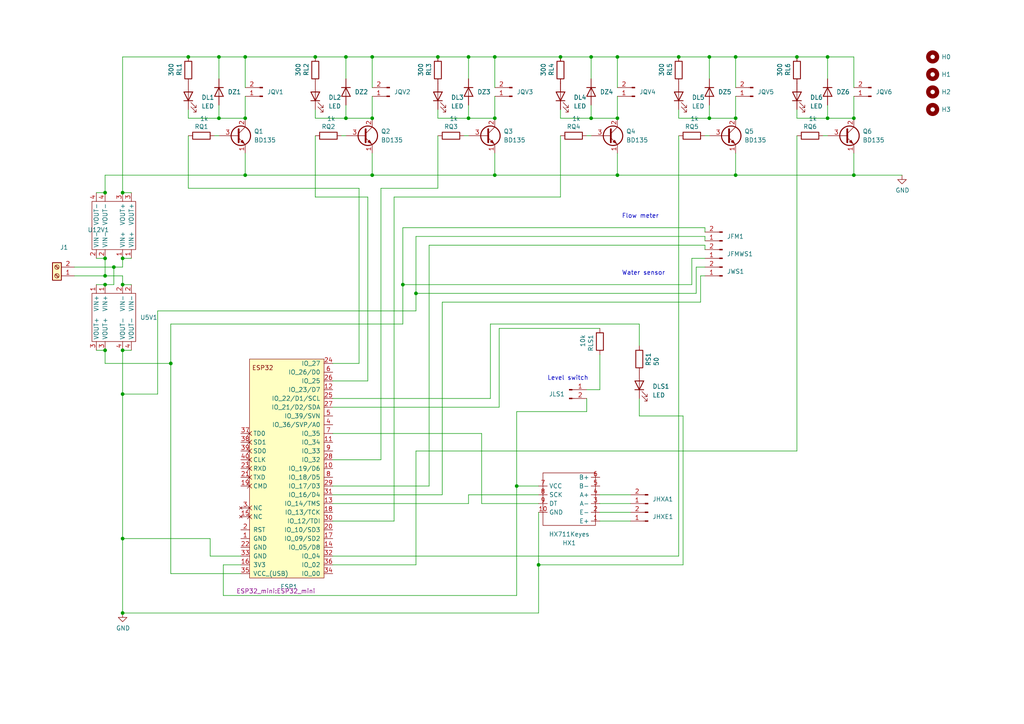
<source format=kicad_sch>
(kicad_sch (version 20211123) (generator eeschema)
  (paper "A4")
  (lib_symbols
    (symbol "Connector:Conn_01x02_Male" (pin_names (offset 1.016) hide)
      (property "Reference" "J" (at 0 2.54 0))
      (property "Value" "Conn_01x02_Male" (at 0 -5.08 0))
      (symbol "Conn_01x02_Male_1_1"
        (polyline (pts (xy 1.27 -2.54) (xy 0.8636 -2.54)) (stroke (width 0.1524)))
        (polyline (pts (xy 1.27 0) (xy 0.8636 0)) (stroke (width 0.1524)))
        (rectangle (start 0.8636 -2.413) (end 0 -2.667) (stroke (width 0.1524)) (fill (type outline)))
        (rectangle (start 0.8636 0.127) (end 0 -0.127) (stroke (width 0.1524)) (fill (type outline)))
        (pin passive line (at 5.08 0 180) (length 3.81) (name "Pin_1") (number "1"))
        (pin passive line (at 5.08 -2.54 180) (length 3.81) (name "Pin_2") (number "2"))
      )
    )
    (symbol "Connector:Screw_Terminal_01x02" (pin_names (offset 1.016) hide)
      (property "Reference" "J" (at 0 2.54 0))
      (property "Value" "Screw_Terminal_01x02" (at 0 -5.08 0))
      (symbol "Screw_Terminal_01x02_1_1"
        (rectangle (start -1.27 1.27) (end 1.27 -3.81) (stroke (width 0.254)) (fill (type background)))
        (circle (center 0 -2.54) (radius 0.635) (stroke (width 0.1524)))
        (polyline (pts (xy -0.5334 -2.2098) (xy 0.3302 -3.048)) (stroke (width 0.1524)))
        (polyline (pts (xy -0.5334 0.3302) (xy 0.3302 -0.508)) (stroke (width 0.1524)))
        (polyline (pts (xy -0.3556 -2.032) (xy 0.508 -2.8702)) (stroke (width 0.1524)))
        (polyline (pts (xy -0.3556 0.508) (xy 0.508 -0.3302)) (stroke (width 0.1524)))
        (circle (center 0 0) (radius 0.635) (stroke (width 0.1524)))
        (pin passive line (at -5.08 0 0) (length 3.81) (name "Pin_1") (number "1"))
        (pin passive line (at -5.08 -2.54 0) (length 3.81) (name "Pin_2") (number "2"))
      )
    )
    (symbol "Device:LED" (pin_numbers hide) (pin_names (offset 1.016) hide)
      (property "Reference" "D" (at 0 2.54 0))
      (property "Value" "LED" (at 0 -2.54 0))
      (symbol "LED_0_1"
        (polyline (pts (xy -1.27 -1.27) (xy -1.27 1.27)) (stroke (width 0.254)))
        (polyline (pts (xy -1.27 0) (xy 1.27 0)))
        (polyline (pts (xy 1.27 -1.27) (xy 1.27 1.27) (xy -1.27 0) (xy 1.27 -1.27)) (stroke (width 0.254)))
        (polyline (pts (xy -3.048 -0.762) (xy -4.572 -2.286) (xy -3.81 -2.286) (xy -4.572 -2.286) (xy -4.572 -1.524)))
        (polyline (pts (xy -1.778 -0.762) (xy -3.302 -2.286) (xy -2.54 -2.286) (xy -3.302 -2.286) (xy -3.302 -1.524)))
      )
      (symbol "LED_1_1"
        (pin passive line (at -3.81 0 0) (length 2.54) (name "K") (number "1"))
        (pin passive line (at 3.81 0 180) (length 2.54) (name "A") (number "2"))
      )
    )
    (symbol "Device:R" (pin_numbers hide) (pin_names (offset 0))
      (property "Reference" "R" (at 2.032 0 90))
      (property "Value" "R" (at 0 0 90))
      (symbol "R_0_1"
        (rectangle (start -1.016 -2.54) (end 1.016 2.54) (stroke (width 0.254)))
      )
      (symbol "R_1_1"
        (pin passive line (at 0 3.81 270) (length 1.27) (name "~") (number "1"))
        (pin passive line (at 0 -3.81 90) (length 1.27) (name "~") (number "2"))
      )
    )
    (symbol "Diode:1N914" (pin_numbers hide) (pin_names (offset 1.016) hide)
      (property "Reference" "D" (at 0 2.54 0))
      (property "Value" "1N914" (at 0 -2.54 0))
      (symbol "1N914_0_1"
        (polyline (pts (xy -1.27 1.27) (xy -1.27 -1.27)) (stroke (width 0.254)))
        (polyline (pts (xy 1.27 0) (xy -1.27 0)))
        (polyline (pts (xy 1.27 1.27) (xy 1.27 -1.27) (xy -1.27 0) (xy 1.27 1.27)) (stroke (width 0.254)))
      )
      (symbol "1N914_1_1"
        (pin passive line (at -3.81 0 0) (length 2.54) (name "K") (number "1"))
        (pin passive line (at 3.81 0 180) (length 2.54) (name "A") (number "2"))
      )
    )
    (symbol "ESP32_mini:mini_esp32" (pin_names (offset 1.016))
      (property "Reference" "U" (at -7.62 -50.8 0))
      (property "Value" "ESP32_mini_mini_esp32" (at 5.08 -59.69 0))
      (symbol "mini_esp32_0_0"
        (text "ESP32" (at 7.62 -62.23 0) (effects (font (size 1.27 1.27))))
        (pin power_in line (at 13.97 -12.7 180) (length 2.54) (name "GND") (number "1"))
        (pin input line (at 13.97 -15.24 180) (length 2.54) (name "RST") (number "2"))
        (pin no_connect non_logic (at 13.97 -21.59 180) (length 2.54) (name "NC") (number "3"))
        (pin bidirectional line (at -12.7 -45.72 0) (length 2.54) (name "IO_36/SVP/A0") (number "4"))
        (pin bidirectional line (at -12.7 -48.26 0) (length 2.54) (name "IO_39/SVN") (number "5"))
      )
      (symbol "mini_esp32_0_1"
        (rectangle (start -10.16 -1.27) (end 11.43 -64.77) (fill (type background)))
      )
      (symbol "mini_esp32_1_1"
        (pin bidirectional line (at -12.7 -33.02 0) (length 2.54) (name "IO_19/D6") (number "10"))
        (pin bidirectional line (at -12.7 -40.64 0) (length 2.54) (name "IO_34") (number "11"))
        (pin bidirectional line (at -12.7 -55.88 0) (length 2.54) (name "IO_23/D7") (number "12"))
        (pin bidirectional line (at -12.7 -22.86 0) (length 2.54) (name "IO_14/TMS") (number "13"))
        (pin bidirectional line (at -12.7 -10.16 0) (length 2.54) (name "IO_05/D8") (number "14"))
        (pin no_connect non_logic (at 13.97 -19.05 180) (length 2.54) (name "NC") (number "15"))
        (pin power_in line (at 13.97 -5.08 180) (length 2.54) (name "3V3") (number "16"))
        (pin bidirectional line (at -12.7 -12.7 0) (length 2.54) (name "IO_09/SD2") (number "17"))
        (pin bidirectional line (at -12.7 -20.32 0) (length 2.54) (name "IO_13/TCK") (number "18"))
        (pin passive non_logic (at 13.97 -27.94 180) (length 2.54) (name "CMD") (number "19"))
        (pin bidirectional line (at -12.7 -15.24 0) (length 2.54) (name "IO_10/SD3") (number "20"))
        (pin passive non_logic (at 13.97 -30.48 180) (length 2.54) (name "TXD") (number "21"))
        (pin power_in line (at 13.97 -10.16 180) (length 2.54) (name "GND") (number "22"))
        (pin passive non_logic (at 13.97 -33.02 180) (length 2.54) (name "RXD") (number "23"))
        (pin bidirectional line (at -12.7 -63.5 0) (length 2.54) (name "IO_27") (number "24"))
        (pin bidirectional line (at -12.7 -53.34 0) (length 2.54) (name "IO_22/D1/SCL") (number "25"))
        (pin bidirectional line (at -12.7 -58.42 0) (length 2.54) (name "IO_25") (number "26"))
        (pin bidirectional line (at -12.7 -50.8 0) (length 2.54) (name "IO_21/D2/SDA") (number "27"))
        (pin bidirectional line (at -12.7 -35.56 0) (length 2.54) (name "IO_32") (number "28"))
        (pin bidirectional line (at -12.7 -27.94 0) (length 2.54) (name "IO_17/D3") (number "29"))
        (pin bidirectional line (at -12.7 -17.78 0) (length 2.54) (name "IO_12/TDI") (number "30"))
        (pin bidirectional line (at -12.7 -25.4 0) (length 2.54) (name "IO_16/D4") (number "31"))
        (pin bidirectional line (at -12.7 -7.62 0) (length 2.54) (name "IO_04") (number "32"))
        (pin power_in line (at 13.97 -7.62 180) (length 2.54) (name "GND") (number "33"))
        (pin bidirectional line (at -12.7 -2.54 0) (length 2.54) (name "IO_00") (number "34"))
        (pin power_in line (at 13.97 -2.54 180) (length 2.54) (name "VCC_(USB)") (number "35"))
        (pin bidirectional line (at -12.7 -5.08 0) (length 2.54) (name "IO_02") (number "36"))
        (pin passive non_logic (at 13.97 -43.18 180) (length 2.54) (name "TD0") (number "37"))
        (pin passive non_logic (at 13.97 -40.64 180) (length 2.54) (name "SD1") (number "38"))
        (pin passive non_logic (at 13.97 -38.1 180) (length 2.54) (name "SD0") (number "39"))
        (pin passive non_logic (at 13.97 -35.56 180) (length 2.54) (name "CLK") (number "40"))
        (pin bidirectional line (at -12.7 -60.96 0) (length 2.54) (name "IO_26/D0") (number "6"))
        (pin bidirectional line (at -12.7 -43.18 0) (length 2.54) (name "IO_35") (number "7"))
        (pin bidirectional line (at -12.7 -30.48 0) (length 2.54) (name "IO_18/D5") (number "8"))
        (pin bidirectional line (at -12.7 -38.1 0) (length 2.54) (name "IO_33") (number "9"))
      )
    )
    (symbol "MPT1584EN_1"
      (property "Reference" "U12V1" (at -0.6351 7.62 90))
      (symbol "MPT1584EN_1_0_1"
        (rectangle (start -6.35 6.35) (end 7.62 -6.35))
      )
      (symbol "MPT1584EN_1_1_1"
        (pin input line (at -8.89 -5.08 0) (length 2.54) (name "VIN+") (number "1"))
        (pin input line (at -8.89 -2.54 0) (length 2.54) (name "VIN+") (number "1"))
        (pin input line (at -8.89 2.54 0) (length 2.54) (name "VIN-") (number "2"))
        (pin input line (at -8.89 5.08 0) (length 2.54) (name "VIN-") (number "2"))
        (pin output line (at 10.16 -5.08 180) (length 2.54) (name "VOUT+") (number "3"))
        (pin output line (at 10.16 -2.54 180) (length 2.54) (name "VOUT+") (number "3"))
        (pin output line (at 10.16 2.54 180) (length 2.54) (name "VOUT-") (number "4"))
        (pin output line (at 10.16 5.08 180) (length 2.54) (name "VOUT-") (number "4"))
      )
    )
    (symbol "Mechanical:MountingHole" (pin_names (offset 1.016))
      (property "Reference" "H" (at 0 5.08 0))
      (property "Value" "MountingHole" (at 0 3.175 0))
      (symbol "MountingHole_0_1"
        (circle (center 0 0) (radius 1.27) (stroke (width 1.27)))
      )
    )
    (symbol "Transistor_BJT:BD135" (pin_names (offset 0) hide)
      (property "Reference" "Q" (at 5.08 1.905 0))
      (property "Value" "BD135" (at 5.08 0 0))
      (symbol "BD135_0_1"
        (polyline (pts (xy 0 0) (xy 0.635 0)))
        (polyline (pts (xy 2.54 -2.54) (xy 0.635 -0.635)))
        (polyline (pts (xy 2.54 2.54) (xy 0.635 0.635)))
        (polyline (pts (xy 0.635 1.905) (xy 0.635 -1.905) (xy 0.635 -1.905)) (stroke (width 0.508)) (fill (type outline)))
        (polyline (pts (xy 1.2446 -1.778) (xy 1.7526 -1.27) (xy 2.286 -2.286) (xy 1.2446 -1.778) (xy 1.2446 -1.778)) (fill (type outline)))
        (circle (center 1.27 0) (radius 2.8194) (stroke (width 0.3048)))
      )
      (symbol "BD135_1_1"
        (pin passive line (at 2.54 -5.08 90) (length 2.54) (name "E") (number "1"))
        (pin passive line (at 2.54 5.08 270) (length 2.54) (name "C") (number "2"))
        (pin input line (at -5.08 0 0) (length 5.08) (name "B") (number "3"))
      )
    )
    (symbol "glab:HX711Keyes"
      (property "Reference" "HX" (at -11.43 8.89 0))
      (property "Value" "HX711Keyes" (at -1.27 8.89 0))
      (symbol "HX711Keyes_0_1"
        (rectangle (start -10.16 6.35) (end 5.08 -8.89))
      )
      (symbol "HX711Keyes_1_1"
        (pin input line (at -11.43 5.08 0) (length 2.54) (name "E+") (number "1"))
        (pin input line (at 6.35 2.54 180) (length 2.54) (name "GND") (number "10"))
        (pin input line (at -11.43 2.54 0) (length 2.54) (name "E-") (number "2"))
        (pin input line (at -11.43 0 0) (length 2.54) (name "A-") (number "3"))
        (pin input line (at -11.43 -2.54 0) (length 2.54) (name "A+") (number "4"))
        (pin input line (at -11.43 -5.08 0) (length 2.54) (name "B-") (number "5"))
        (pin input line (at -11.43 -7.62 0) (length 2.54) (name "B+") (number "6"))
        (pin input line (at 6.35 -5.08 180) (length 2.54) (name "VCC") (number "7"))
        (pin input line (at 6.35 -2.54 180) (length 2.54) (name "SCK") (number "8"))
        (pin input line (at 6.35 0 180) (length 2.54) (name "DT") (number "9"))
      )
    )
    (symbol "glab:MPT1584EN"
      (property "Reference" "U12V1" (at -0.6351 7.62 90))
      (symbol "MPT1584EN_0_1"
        (rectangle (start -6.35 6.35) (end 7.62 -6.35))
      )
      (symbol "MPT1584EN_1_1"
        (pin input line (at -8.89 -5.08 0) (length 2.54) (name "VIN+") (number "1"))
        (pin input line (at -8.89 -2.54 0) (length 2.54) (name "VIN+") (number "1"))
        (pin input line (at -8.89 2.54 0) (length 2.54) (name "VIN-") (number "2"))
        (pin input line (at -8.89 5.08 0) (length 2.54) (name "VIN-") (number "2"))
        (pin output line (at 10.16 -5.08 180) (length 2.54) (name "VOUT+") (number "3"))
        (pin output line (at 10.16 -2.54 180) (length 2.54) (name "VOUT+") (number "3"))
        (pin output line (at 10.16 2.54 180) (length 2.54) (name "VOUT-") (number "4"))
        (pin output line (at 10.16 5.08 180) (length 2.54) (name "VOUT-") (number "4"))
      )
    )
    (symbol "power:GND" (power) (pin_names (offset 0))
      (property "Value" "GND" (at 0 -3.81 0))
      (symbol "GND_0_1"
        (polyline (pts (xy 0 0) (xy 0 -1.27) (xy 1.27 -1.27) (xy 0 -2.54) (xy -1.27 -1.27) (xy 0 -1.27)))
      )
      (symbol "GND_1_1"
        (pin power_in line (at 0 0 270) (length 0) hide (name "GND") (number "1"))
      )
    )
  )
  (junction (at 171.45 34.29))
  (junction (at 171.45 16.51))
  (junction (at 179.07 50.8))
  (junction (at 35.56 177.8))
  (junction (at 116.84 82.55))
  (junction (at 213.36 16.51))
  (junction (at 35.56 101.6))
  (junction (at 179.07 34.29))
  (junction (at 91.44 16.51))
  (junction (at 205.74 34.29))
  (junction (at 71.12 34.29))
  (junction (at 143.51 34.29))
  (junction (at 162.56 16.51))
  (junction (at 100.33 16.51))
  (junction (at 35.56 156.21))
  (junction (at 71.12 50.8))
  (junction (at 213.36 34.29))
  (junction (at 35.56 82.55))
  (junction (at 30.48 101.6))
  (junction (at 120.65 85.09))
  (junction (at 240.03 16.51))
  (junction (at 247.65 34.29))
  (junction (at 35.56 55.88))
  (junction (at 135.89 16.51))
  (junction (at 35.56 74.93))
  (junction (at 30.48 55.88))
  (junction (at 240.03 34.29))
  (junction (at 63.5 34.29))
  (junction (at 107.95 34.29))
  (junction (at 143.51 16.51))
  (junction (at 231.14 16.51))
  (junction (at 149.86 140.97))
  (junction (at 107.95 50.8))
  (junction (at 247.65 50.8))
  (junction (at 179.07 16.51))
  (junction (at 49.53 105.41))
  (junction (at 127 16.51))
  (junction (at 71.12 16.51))
  (junction (at 54.61 16.51))
  (junction (at 156.21 163.83))
  (junction (at 100.33 34.29))
  (junction (at 30.48 82.55))
  (junction (at 35.56 114.3))
  (junction (at 205.74 16.51))
  (junction (at 30.48 80.01))
  (junction (at 33.02 77.47))
  (junction (at 30.48 74.93))
  (junction (at 213.36 50.8))
  (junction (at 63.5 16.51))
  (junction (at 196.85 16.51))
  (junction (at 107.95 16.51))
  (junction (at 143.51 50.8))
  (junction (at 135.89 34.29))
  (wire (pts (xy 238.76 39.37) (xy 240.03 39.37)))
  (wire (pts (xy 35.56 55.88) (xy 35.56 16.51)))
  (wire (pts (xy 240.03 30.48) (xy 240.03 34.29)))
  (wire (pts (xy 162.56 16.51) (xy 171.45 16.51)))
  (wire (pts (xy 107.95 44.45) (xy 107.95 50.8)))
  (wire (pts (xy 201.93 85.09) (xy 201.93 77.47)))
  (wire (pts (xy 205.74 16.51) (xy 213.36 16.51)))
  (wire (pts (xy 200.66 74.93) (xy 204.47 74.93)))
  (wire (pts (xy 231.14 130.81) (xy 231.14 39.37)))
  (wire (pts (xy 49.53 93.98) (xy 116.84 93.98)))
  (wire (pts (xy 170.18 39.37) (xy 171.45 39.37)))
  (wire (pts (xy 35.56 82.55) (xy 38.1 82.55)))
  (wire (pts (xy 139.7 125.73) (xy 96.52 125.73)))
  (wire (pts (xy 144.78 95.25) (xy 173.99 95.25)))
  (wire (pts (xy 173.99 143.51) (xy 182.88 143.51)))
  (wire (pts (xy 196.85 39.37) (xy 196.85 161.29)))
  (wire (pts (xy 71.12 44.45) (xy 71.12 50.8)))
  (wire (pts (xy 173.99 151.13) (xy 182.88 151.13)))
  (wire (pts (xy 54.61 31.75) (xy 54.61 34.29)))
  (wire (pts (xy 120.65 85.09) (xy 201.93 85.09)))
  (wire (pts (xy 96.52 143.51) (xy 128.27 143.51)))
  (wire (pts (xy 21.59 77.47) (xy 33.02 77.47)))
  (wire (pts (xy 63.5 16.51) (xy 63.5 22.86)))
  (wire (pts (xy 35.56 177.8) (xy 156.21 177.8)))
  (wire (pts (xy 142.24 93.98) (xy 185.42 93.98)))
  (wire (pts (xy 240.03 16.51) (xy 240.03 22.86)))
  (wire (pts (xy 149.86 119.38) (xy 149.86 140.97)))
  (wire (pts (xy 162.56 57.15) (xy 162.56 39.37)))
  (wire (pts (xy 62.23 39.37) (xy 63.5 39.37)))
  (wire (pts (xy 143.51 16.51) (xy 143.51 25.4)))
  (wire (pts (xy 127 34.29) (xy 135.89 34.29)))
  (wire (pts (xy 127 54.61) (xy 127 39.37)))
  (wire (pts (xy 35.56 77.47) (xy 35.56 74.93)))
  (wire (pts (xy 35.56 114.3) (xy 35.56 156.21)))
  (wire (pts (xy 171.45 16.51) (xy 171.45 22.86)))
  (wire (pts (xy 247.65 27.94) (xy 247.65 34.29)))
  (wire (pts (xy 49.53 105.41) (xy 49.53 166.37)))
  (wire (pts (xy 156.21 146.05) (xy 139.7 146.05)))
  (wire (pts (xy 110.49 54.61) (xy 127 54.61)))
  (wire (pts (xy 69.85 166.37) (xy 49.53 166.37)))
  (wire (pts (xy 127 31.75) (xy 127 34.29)))
  (wire (pts (xy 91.44 16.51) (xy 100.33 16.51)))
  (wire (pts (xy 213.36 16.51) (xy 213.36 25.4)))
  (wire (pts (xy 71.12 16.51) (xy 71.12 25.4)))
  (wire (pts (xy 200.66 82.55) (xy 200.66 74.93)))
  (wire (pts (xy 135.89 34.29) (xy 143.51 34.29)))
  (wire (pts (xy 96.52 151.13) (xy 114.3 151.13)))
  (wire (pts (xy 135.89 143.51) (xy 156.21 143.51)))
  (wire (pts (xy 107.95 27.94) (xy 107.95 34.29)))
  (wire (pts (xy 114.3 151.13) (xy 114.3 57.15)))
  (wire (pts (xy 179.07 16.51) (xy 196.85 16.51)))
  (wire (pts (xy 142.24 115.57) (xy 142.24 93.98)))
  (wire (pts (xy 185.42 93.98) (xy 185.42 100.33)))
  (wire (pts (xy 35.56 16.51) (xy 54.61 16.51)))
  (wire (pts (xy 116.84 82.55) (xy 116.84 93.98)))
  (wire (pts (xy 124.46 140.97) (xy 124.46 71.12)))
  (wire (pts (xy 96.52 140.97) (xy 124.46 140.97)))
  (wire (pts (xy 204.47 39.37) (xy 205.74 39.37)))
  (wire (pts (xy 96.52 105.41) (xy 104.14 105.41)))
  (wire (pts (xy 196.85 31.75) (xy 196.85 34.29)))
  (wire (pts (xy 205.74 30.48) (xy 205.74 34.29)))
  (wire (pts (xy 63.5 16.51) (xy 71.12 16.51)))
  (wire (pts (xy 213.36 27.94) (xy 213.36 34.29)))
  (wire (pts (xy 45.72 114.3) (xy 45.72 90.17)))
  (wire (pts (xy 45.72 90.17) (xy 120.65 90.17)))
  (wire (pts (xy 96.52 146.05) (xy 135.89 146.05)))
  (wire (pts (xy 100.33 16.51) (xy 107.95 16.51)))
  (wire (pts (xy 204.47 71.12) (xy 204.47 72.39)))
  (wire (pts (xy 106.68 57.15) (xy 106.68 110.49)))
  (wire (pts (xy 231.14 31.75) (xy 231.14 34.29)))
  (wire (pts (xy 99.06 39.37) (xy 100.33 39.37)))
  (wire (pts (xy 91.44 34.29) (xy 100.33 34.29)))
  (wire (pts (xy 104.14 54.61) (xy 54.61 54.61)))
  (wire (pts (xy 116.84 66.04) (xy 116.84 82.55)))
  (wire (pts (xy 247.65 44.45) (xy 247.65 50.8)))
  (wire (pts (xy 185.42 115.57) (xy 185.42 120.65)))
  (wire (pts (xy 33.02 77.47) (xy 33.02 82.55)))
  (wire (pts (xy 96.52 133.35) (xy 110.49 133.35)))
  (wire (pts (xy 156.21 148.59) (xy 156.21 163.83)))
  (wire (pts (xy 173.99 146.05) (xy 182.88 146.05)))
  (wire (pts (xy 49.53 105.41) (xy 49.53 93.98)))
  (wire (pts (xy 240.03 34.29) (xy 247.65 34.29)))
  (wire (pts (xy 60.96 156.21) (xy 60.96 161.29)))
  (wire (pts (xy 196.85 34.29) (xy 205.74 34.29)))
  (wire (pts (xy 240.03 16.51) (xy 247.65 16.51)))
  (wire (pts (xy 128.27 143.51) (xy 128.27 87.63)))
  (wire (pts (xy 27.94 74.93) (xy 30.48 74.93)))
  (wire (pts (xy 33.02 82.55) (xy 30.48 82.55)))
  (wire (pts (xy 144.78 95.25) (xy 144.78 118.11)))
  (wire (pts (xy 149.86 172.72) (xy 149.86 140.97)))
  (wire (pts (xy 203.2 87.63) (xy 203.2 80.01)))
  (wire (pts (xy 27.94 82.55) (xy 30.48 82.55)))
  (wire (pts (xy 35.56 74.93) (xy 38.1 74.93)))
  (wire (pts (xy 100.33 34.29) (xy 107.95 34.29)))
  (wire (pts (xy 198.12 163.83) (xy 156.21 163.83)))
  (wire (pts (xy 69.85 161.29) (xy 60.96 161.29)))
  (wire (pts (xy 247.65 16.51) (xy 247.65 25.4)))
  (wire (pts (xy 120.65 130.81) (xy 120.65 163.83)))
  (wire (pts (xy 35.56 80.01) (xy 35.56 82.55)))
  (wire (pts (xy 116.84 66.04) (xy 204.47 66.04)))
  (wire (pts (xy 96.52 118.11) (xy 144.78 118.11)))
  (wire (pts (xy 231.14 34.29) (xy 240.03 34.29)))
  (wire (pts (xy 173.99 102.87) (xy 173.99 113.03)))
  (wire (pts (xy 162.56 34.29) (xy 171.45 34.29)))
  (wire (pts (xy 27.94 55.88) (xy 30.48 55.88)))
  (wire (pts (xy 100.33 30.48) (xy 100.33 34.29)))
  (wire (pts (xy 231.14 16.51) (xy 240.03 16.51)))
  (wire (pts (xy 170.18 119.38) (xy 149.86 119.38)))
  (wire (pts (xy 120.65 130.81) (xy 231.14 130.81)))
  (wire (pts (xy 120.65 68.58) (xy 120.65 85.09)))
  (wire (pts (xy 247.65 50.8) (xy 261.62 50.8)))
  (wire (pts (xy 110.49 133.35) (xy 110.49 54.61)))
  (wire (pts (xy 143.51 44.45) (xy 143.51 50.8)))
  (wire (pts (xy 64.77 172.72) (xy 149.86 172.72)))
  (wire (pts (xy 171.45 34.29) (xy 179.07 34.29)))
  (wire (pts (xy 35.56 55.88) (xy 38.1 55.88)))
  (wire (pts (xy 196.85 16.51) (xy 205.74 16.51)))
  (wire (pts (xy 179.07 16.51) (xy 179.07 25.4)))
  (wire (pts (xy 64.77 163.83) (xy 64.77 172.72)))
  (wire (pts (xy 156.21 163.83) (xy 156.21 177.8)))
  (wire (pts (xy 196.85 161.29) (xy 96.52 161.29)))
  (wire (pts (xy 96.52 110.49) (xy 106.68 110.49)))
  (wire (pts (xy 149.86 140.97) (xy 156.21 140.97)))
  (wire (pts (xy 135.89 16.51) (xy 135.89 22.86)))
  (wire (pts (xy 21.59 80.01) (xy 30.48 80.01)))
  (wire (pts (xy 35.56 156.21) (xy 60.96 156.21)))
  (wire (pts (xy 198.12 120.65) (xy 198.12 163.83)))
  (wire (pts (xy 120.65 163.83) (xy 96.52 163.83)))
  (wire (pts (xy 116.84 82.55) (xy 200.66 82.55)))
  (wire (pts (xy 143.51 16.51) (xy 162.56 16.51)))
  (wire (pts (xy 135.89 146.05) (xy 135.89 143.51)))
  (wire (pts (xy 143.51 50.8) (xy 179.07 50.8)))
  (wire (pts (xy 171.45 30.48) (xy 171.45 34.29)))
  (wire (pts (xy 35.56 101.6) (xy 35.56 114.3)))
  (wire (pts (xy 124.46 71.12) (xy 204.47 71.12)))
  (wire (pts (xy 30.48 74.93) (xy 30.48 80.01)))
  (wire (pts (xy 203.2 80.01) (xy 204.47 80.01)))
  (wire (pts (xy 114.3 57.15) (xy 162.56 57.15)))
  (wire (pts (xy 185.42 120.65) (xy 198.12 120.65)))
  (wire (pts (xy 213.36 16.51) (xy 231.14 16.51)))
  (wire (pts (xy 204.47 66.04) (xy 204.47 67.31)))
  (wire (pts (xy 127 16.51) (xy 135.89 16.51)))
  (wire (pts (xy 30.48 80.01) (xy 35.56 80.01)))
  (wire (pts (xy 205.74 34.29) (xy 213.36 34.29)))
  (wire (pts (xy 106.68 57.15) (xy 91.44 57.15)))
  (wire (pts (xy 179.07 27.94) (xy 179.07 34.29)))
  (wire (pts (xy 69.85 163.83) (xy 64.77 163.83)))
  (wire (pts (xy 35.56 101.6) (xy 38.1 101.6)))
  (wire (pts (xy 120.65 68.58) (xy 204.47 68.58)))
  (wire (pts (xy 96.52 115.57) (xy 142.24 115.57)))
  (wire (pts (xy 100.33 16.51) (xy 100.33 22.86)))
  (wire (pts (xy 204.47 68.58) (xy 204.47 69.85)))
  (wire (pts (xy 213.36 50.8) (xy 247.65 50.8)))
  (wire (pts (xy 91.44 31.75) (xy 91.44 34.29)))
  (wire (pts (xy 30.48 105.41) (xy 49.53 105.41)))
  (wire (pts (xy 162.56 31.75) (xy 162.56 34.29)))
  (wire (pts (xy 71.12 16.51) (xy 91.44 16.51)))
  (wire (pts (xy 173.99 148.59) (xy 182.88 148.59)))
  (wire (pts (xy 201.93 77.47) (xy 204.47 77.47)))
  (wire (pts (xy 27.94 101.6) (xy 30.48 101.6)))
  (wire (pts (xy 128.27 87.63) (xy 203.2 87.63)))
  (wire (pts (xy 35.56 114.3) (xy 45.72 114.3)))
  (wire (pts (xy 135.89 30.48) (xy 135.89 34.29)))
  (wire (pts (xy 171.45 16.51) (xy 179.07 16.51)))
  (wire (pts (xy 71.12 50.8) (xy 107.95 50.8)))
  (wire (pts (xy 170.18 115.57) (xy 170.18 119.38)))
  (wire (pts (xy 30.48 101.6) (xy 30.48 105.41)))
  (wire (pts (xy 143.51 27.94) (xy 143.51 34.29)))
  (wire (pts (xy 205.74 16.51) (xy 205.74 22.86)))
  (wire (pts (xy 30.48 55.88) (xy 30.48 50.8)))
  (wire (pts (xy 139.7 146.05) (xy 139.7 125.73)))
  (wire (pts (xy 91.44 57.15) (xy 91.44 39.37)))
  (wire (pts (xy 54.61 34.29) (xy 63.5 34.29)))
  (wire (pts (xy 33.02 77.47) (xy 35.56 77.47)))
  (wire (pts (xy 107.95 16.51) (xy 107.95 25.4)))
  (wire (pts (xy 120.65 85.09) (xy 120.65 90.17)))
  (wire (pts (xy 107.95 16.51) (xy 127 16.51)))
  (wire (pts (xy 135.89 16.51) (xy 143.51 16.51)))
  (wire (pts (xy 179.07 44.45) (xy 179.07 50.8)))
  (wire (pts (xy 173.99 113.03) (xy 170.18 113.03)))
  (wire (pts (xy 54.61 16.51) (xy 63.5 16.51)))
  (wire (pts (xy 30.48 50.8) (xy 71.12 50.8)))
  (wire (pts (xy 213.36 44.45) (xy 213.36 50.8)))
  (wire (pts (xy 54.61 54.61) (xy 54.61 39.37)))
  (wire (pts (xy 179.07 50.8) (xy 213.36 50.8)))
  (wire (pts (xy 63.5 30.48) (xy 63.5 34.29)))
  (wire (pts (xy 71.12 27.94) (xy 71.12 34.29)))
  (wire (pts (xy 63.5 34.29) (xy 71.12 34.29)))
  (wire (pts (xy 104.14 105.41) (xy 104.14 54.61)))
  (wire (pts (xy 134.62 39.37) (xy 135.89 39.37)))
  (wire (pts (xy 35.56 156.21) (xy 35.56 177.8)))
  (wire (pts (xy 107.95 50.8) (xy 143.51 50.8)))
  (text "Flow meter" (at 180.34 63.5 0) (effects (font (size 1.27 1.27)) (justify left bottom)))
  (text "Level switch" (at 158.75 110.49 0) (effects (font (size 1.27 1.27)) (justify left bottom)))
  (text "Water sensor" (at 180.34 80.01 0) (effects (font (size 1.27 1.27)) (justify left bottom)))
  (symbol (lib_id "power:GND") (at 35.56 177.8 0) (unit 1)
    (property "Reference" "#PWR0102" (effects hide))
    (property "Value" "GND" (at 35.687 182.1942 0))
  )
  (symbol (lib_id "Connector:Screw_Terminal_01x02") (at 16.51 80.01 180) (unit 1)
    (property "Reference" "J1" (at 18.5928 71.755 0))
    (property "Value" "Screw_Terminal_01x02" (effects hide))
    (property "Footprint" "TerminalBlock:TerminalBlock_bornier-2_P5.08mm" (effects hide))
  )
  (symbol (lib_id "ESP32_mini:mini_esp32") (at 83.82 168.91 180) (unit 1)
    (property "Reference" "ESP1" (at 83.82 170.18 0))
    (property "Value" "mini_esp32" (effects hide))
    (property "Footprint" "ESP32_mini:ESP32_mini" (at 80.01 171.45 0))
  )
  (symbol (lib_id "Device:R") (at 58.42 39.37 90) (unit 1)
    (property "Reference" "RQ1" (at 60.452 36.7284 90) (effects (justify left)))
    (property "Value" "1k" (at 60.452 34.417 90) (effects (justify left)))
    (property "Footprint" "Resistor_SMD:R_0805_2012Metric" (effects hide))
  )
  (symbol (lib_id "Device:LED") (at 54.61 27.94 90) (unit 1)
    (property "Reference" "DL1" (at 58.42 28.2574 90) (effects (justify right)))
    (property "Value" "LED" (at 58.42 30.7974 90) (effects (justify right)))
    (property "Footprint" "Diode_SMD:D_1206_3216Metric" (effects hide))
  )
  (symbol (lib_id "Device:LED") (at 231.14 27.94 90) (unit 1)
    (property "Reference" "DL6" (at 234.95 28.2574 90) (effects (justify right)))
    (property "Value" "LED" (at 234.95 30.7974 90) (effects (justify right)))
    (property "Footprint" "Diode_SMD:D_1206_3216Metric" (effects hide))
  )
  (symbol (lib_id "Device:LED") (at 185.42 111.76 90) (unit 1)
    (property "Reference" "DLS1" (at 189.23 112.0774 90) (effects (justify right)))
    (property "Value" "LED" (at 189.23 114.6174 90) (effects (justify right)))
    (property "Footprint" "Diode_SMD:D_1206_3216Metric" (effects hide))
  )
  (symbol (lib_id "Diode:1N914") (at 240.03 26.67 270) (unit 1)
    (property "Reference" "DZ6" (at 242.57 26.6699 90) (effects (justify left)))
    (property "Value" "1N914" (effects hide))
    (property "Footprint" "Diode_SMD:D_SMA" (effects hide))
    (property "Datasheet" "http://www.vishay.com/docs/85622/1n914.pdf" (effects hide))
  )
  (symbol (lib_id "Connector:Conn_01x02_Male") (at 76.2 27.94 180) (unit 1)
    (property "Reference" "JQV1" (at 77.47 26.6699 0) (effects (justify right)))
    (property "Value" "Conn_01x02_Male" (effects hide))
    (property "Footprint" "Connector_JST:JST_EH_B2B-EH-A_1x02_P2.50mm_Vertical" (effects hide))
  )
  (symbol (lib_id "Connector:Conn_01x02_Male") (at 184.15 27.94 180) (unit 1)
    (property "Reference" "JQV4" (at 185.42 26.6699 0) (effects (justify right)))
    (property "Value" "Conn_01x02_Male" (effects hide))
    (property "Footprint" "Connector_JST:JST_EH_B2B-EH-A_1x02_P2.50mm_Vertical" (effects hide))
  )
  (symbol (lib_id "Connector:Conn_01x02_Male") (at 148.59 27.94 180) (unit 1)
    (property "Reference" "JQV3" (at 149.86 26.6699 0) (effects (justify right)))
    (property "Value" "Conn_01x02_Male" (effects hide))
    (property "Footprint" "Connector_JST:JST_EH_B2B-EH-A_1x02_P2.50mm_Vertical" (effects hide))
  )
  (symbol (lib_id "Connector:Conn_01x02_Male") (at 113.03 27.94 180) (unit 1)
    (property "Reference" "JQV2" (at 114.3 26.6699 0) (effects (justify right)))
    (property "Value" "Conn_01x02_Male" (effects hide))
    (property "Footprint" "Connector_JST:JST_EH_B2B-EH-A_1x02_P2.50mm_Vertical" (effects hide))
  )
  (symbol (lib_id "Mechanical:MountingHole") (at 270.51 26.67 0) (unit 1)
    (property "Reference" "H2" (at 273.05 26.6699 0) (effects (justify left)))
    (property "Value" "MountingHole" (effects hide))
    (property "Footprint" "MountingHole:MountingHole_2.2mm_M2" (effects hide))
  )
  (symbol (lib_id "Device:LED") (at 91.44 27.94 90) (unit 1)
    (property "Reference" "DL2" (at 95.25 28.2574 90) (effects (justify right)))
    (property "Value" "LED" (at 95.25 30.7974 90) (effects (justify right)))
    (property "Footprint" "Diode_SMD:D_1206_3216Metric" (effects hide))
  )
  (symbol (lib_id "Connector:Conn_01x02_Male") (at 209.55 69.85 180) (unit 1)
    (property "Reference" "JFM1" (at 210.82 68.5799 0) (effects (justify right)))
    (property "Value" "Conn_01x02_Male" (effects hide))
    (property "Footprint" "Connector_JST:JST_EH_B2B-EH-A_1x02_P2.50mm_Vertical" (effects hide))
  )
  (symbol (lib_id "Transistor_BJT:BD135") (at 140.97 39.37 0) (unit 1)
    (property "Reference" "Q3" (at 146.05 38.0999 0) (effects (justify left)))
    (property "Value" "BD135" (at 146.05 40.6399 0) (effects (justify left)))
    (property "Footprint" "Package_TO_SOT_THT:TO-126-3_Vertical" (effects hide))
    (property "Datasheet" "http://www.st.com/internet/com/TECHNICAL_RESOURCES/TECHNICAL_LITERATURE/DATASHEET/CD00001225.pdf" (effects hide))
  )
  (symbol (lib_id "Transistor_BJT:BD135") (at 245.11 39.37 0) (unit 1)
    (property "Reference" "Q6" (at 250.19 38.0999 0) (effects (justify left)))
    (property "Value" "BD135" (at 250.19 40.6399 0) (effects (justify left)))
    (property "Footprint" "Package_TO_SOT_THT:TO-126-3_Vertical" (effects hide))
    (property "Datasheet" "http://www.st.com/internet/com/TECHNICAL_RESOURCES/TECHNICAL_LITERATURE/DATASHEET/CD00001225.pdf" (effects hide))
  )
  (symbol (lib_id "Device:R") (at 91.44 20.32 180) (unit 1)
    (property "Reference" "RL2" (at 88.7984 18.288 90) (effects (justify left)))
    (property "Value" "300" (at 86.487 18.288 90) (effects (justify left)))
    (property "Footprint" "Resistor_SMD:R_0805_2012Metric" (effects hide))
  )
  (symbol (lib_id "Diode:1N914") (at 205.74 26.67 270) (unit 1)
    (property "Reference" "DZ5" (at 208.28 26.6699 90) (effects (justify left)))
    (property "Value" "1N914" (effects hide))
    (property "Footprint" "Diode_SMD:D_SMA" (effects hide))
    (property "Datasheet" "http://www.vishay.com/docs/85622/1n914.pdf" (effects hide))
  )
  (symbol (lib_id "Connector:Conn_01x02_Male") (at 187.96 146.05 180) (unit 1)
    (property "Reference" "JHXA1" (at 189.23 144.7799 0) (effects (justify right)))
    (property "Value" "Conn_01x02_Male" (effects hide))
    (property "Footprint" "Connector_JST:JST_EH_B2B-EH-A_1x02_P2.50mm_Vertical" (effects hide))
  )
  (symbol (lib_id "Connector:Conn_01x02_Male") (at 165.1 113.03 0) (unit 1)
    (property "Reference" "JLS1" (at 163.83 114.3001 0) (effects (justify right)))
    (property "Value" "Conn_01x02_Male" (effects hide))
    (property "Footprint" "Connector_JST:JST_EH_B2B-EH-A_1x02_P2.50mm_Vertical" (effects hide))
  )
  (symbol (lib_id "Device:R") (at 185.42 104.14 0) (unit 1)
    (property "Reference" "RS1" (at 188.0616 106.172 90) (effects (justify left)))
    (property "Value" "50" (at 190.373 106.172 90) (effects (justify left)))
    (property "Footprint" "Resistor_SMD:R_0805_2012Metric" (effects hide))
  )
  (symbol (lib_id "Device:R") (at 196.85 20.32 180) (unit 1)
    (property "Reference" "RL5" (at 194.2084 18.288 90) (effects (justify left)))
    (property "Value" "300" (at 191.897 18.288 90) (effects (justify left)))
    (property "Footprint" "Resistor_SMD:R_0805_2012Metric" (effects hide))
  )
  (symbol (lib_id "Device:R") (at 200.66 39.37 90) (unit 1)
    (property "Reference" "RQ5" (at 202.692 36.7284 90) (effects (justify left)))
    (property "Value" "1k" (at 202.692 34.417 90) (effects (justify left)))
    (property "Footprint" "Resistor_SMD:R_0805_2012Metric" (effects hide))
  )
  (symbol (lib_id "Diode:1N914") (at 63.5 26.67 270) (unit 1)
    (property "Reference" "DZ1" (at 66.04 26.6699 90) (effects (justify left)))
    (property "Value" "1N914" (effects hide))
    (property "Footprint" "Diode_SMD:D_SMA" (effects hide))
    (property "Datasheet" "http://www.vishay.com/docs/85622/1n914.pdf" (effects hide))
  )
  (symbol (lib_id "Diode:1N914") (at 100.33 26.67 270) (unit 1)
    (property "Reference" "DZ2" (at 102.87 26.6699 90) (effects (justify left)))
    (property "Value" "1N914" (effects hide))
    (property "Footprint" "Diode_SMD:D_SMA" (effects hide))
    (property "Datasheet" "http://www.vishay.com/docs/85622/1n914.pdf" (effects hide))
  )
  (symbol (lib_id "Mechanical:MountingHole") (at 270.51 31.75 0) (unit 1)
    (property "Reference" "H3" (at 273.05 31.7499 0) (effects (justify left)))
    (property "Value" "MountingHole" (effects hide))
    (property "Footprint" "MountingHole:MountingHole_2.2mm_M2" (effects hide))
  )
  (symbol (lib_id "Connector:Conn_01x02_Male") (at 187.96 151.13 180) (unit 1)
    (property "Reference" "JHXE1" (at 189.23 149.8599 0) (effects (justify right)))
    (property "Value" "Conn_01x02_Male" (effects hide))
    (property "Footprint" "Connector_JST:JST_EH_B2B-EH-A_1x02_P2.50mm_Vertical" (effects hide))
  )
  (symbol (lib_id "Device:R") (at 234.95 39.37 90) (unit 1)
    (property "Reference" "RQ6" (at 236.982 36.7284 90) (effects (justify left)))
    (property "Value" "1k" (at 236.982 34.417 90) (effects (justify left)))
    (property "Footprint" "Resistor_SMD:R_0805_2012Metric" (effects hide))
  )
  (symbol (lib_id "Device:R") (at 95.25 39.37 90) (unit 1)
    (property "Reference" "RQ2" (at 97.282 36.7284 90) (effects (justify left)))
    (property "Value" "1k" (at 97.282 34.417 90) (effects (justify left)))
    (property "Footprint" "Resistor_SMD:R_0805_2012Metric" (effects hide))
  )
  (symbol (lib_id "Transistor_BJT:BD135") (at 210.82 39.37 0) (unit 1)
    (property "Reference" "Q5" (at 215.9 38.0999 0) (effects (justify left)))
    (property "Value" "BD135" (at 215.9 40.6399 0) (effects (justify left)))
    (property "Footprint" "Package_TO_SOT_THT:TO-126-3_Vertical" (effects hide))
    (property "Datasheet" "http://www.st.com/internet/com/TECHNICAL_RESOURCES/TECHNICAL_LITERATURE/DATASHEET/CD00001225.pdf" (effects hide))
  )
  (symbol (lib_id "Connector:Conn_01x02_Male") (at 209.55 80.01 180) (unit 1)
    (property "Reference" "JWS1" (at 210.82 78.7399 0) (effects (justify right)))
    (property "Value" "Conn_01x02_Male" (effects hide))
    (property "Footprint" "Connector_JST:JST_EH_B2B-EH-A_1x02_P2.50mm_Vertical" (effects hide))
  )
  (symbol (lib_id "Device:LED") (at 162.56 27.94 90) (unit 1)
    (property "Reference" "DL4" (at 166.37 28.2574 90) (effects (justify right)))
    (property "Value" "LED" (at 166.37 30.7974 90) (effects (justify right)))
    (property "Footprint" "Diode_SMD:D_1206_3216Metric" (effects hide))
  )
  (symbol (lib_id "Device:LED") (at 127 27.94 90) (unit 1)
    (property "Reference" "DL3" (at 130.81 28.2574 90) (effects (justify right)))
    (property "Value" "LED" (at 130.81 30.7974 90) (effects (justify right)))
    (property "Footprint" "Diode_SMD:D_1206_3216Metric" (effects hide))
  )
  (symbol (lib_id "Transistor_BJT:BD135") (at 105.41 39.37 0) (unit 1)
    (property "Reference" "Q2" (at 110.49 38.0999 0) (effects (justify left)))
    (property "Value" "BD135" (at 110.49 40.6399 0) (effects (justify left)))
    (property "Footprint" "Package_TO_SOT_THT:TO-126-3_Vertical" (effects hide))
    (property "Datasheet" "http://www.st.com/internet/com/TECHNICAL_RESOURCES/TECHNICAL_LITERATURE/DATASHEET/CD00001225.pdf" (effects hide))
  )
  (symbol (lib_name "MPT1584EN_1") (lib_id "glab:MPT1584EN") (at 33.02 66.04 90) (unit 1)
    (property "Reference" "U12V1" (at 25.4 66.6751 90) (effects (justify right)))
    (property "Value" "MPT1584EN" (effects hide))
    (property "Footprint" "glab:SRT_MPT1584EN_Module" (effects hide))
  )
  (symbol (lib_id "Transistor_BJT:BD135") (at 176.53 39.37 0) (unit 1)
    (property "Reference" "Q4" (at 181.61 38.0999 0) (effects (justify left)))
    (property "Value" "BD135" (at 181.61 40.6399 0) (effects (justify left)))
    (property "Footprint" "Package_TO_SOT_THT:TO-126-3_Vertical" (effects hide))
    (property "Datasheet" "http://www.st.com/internet/com/TECHNICAL_RESOURCES/TECHNICAL_LITERATURE/DATASHEET/CD00001225.pdf" (effects hide))
  )
  (symbol (lib_id "Device:R") (at 127 20.32 180) (unit 1)
    (property "Reference" "RL3" (at 124.3584 18.288 90) (effects (justify left)))
    (property "Value" "300" (at 122.047 18.288 90) (effects (justify left)))
    (property "Footprint" "Resistor_SMD:R_0805_2012Metric" (effects hide))
  )
  (symbol (lib_id "glab:HX711Keyes") (at 162.56 146.05 180) (unit 1)
    (property "Reference" "HX1" (at 165.1 157.48 0))
    (property "Value" "HX711Keyes" (at 165.1 154.94 0))
    (property "Footprint" "glab:HX711" (effects hide))
  )
  (symbol (lib_id "Device:R") (at 54.61 20.32 180) (unit 1)
    (property "Reference" "RL1" (at 51.9684 18.288 90) (effects (justify left)))
    (property "Value" "300" (at 49.657 18.288 90) (effects (justify left)))
    (property "Footprint" "Resistor_SMD:R_0805_2012Metric" (effects hide))
  )
  (symbol (lib_id "Mechanical:MountingHole") (at 270.51 21.59 0) (unit 1)
    (property "Reference" "H1" (at 273.05 21.5899 0) (effects (justify left)))
    (property "Value" "MountingHole" (effects hide))
    (property "Footprint" "MountingHole:MountingHole_2.2mm_M2" (effects hide))
  )
  (symbol (lib_id "Device:LED") (at 196.85 27.94 90) (unit 1)
    (property "Reference" "DL5" (at 200.66 28.2574 90) (effects (justify right)))
    (property "Value" "LED" (at 200.66 30.7974 90) (effects (justify right)))
    (property "Footprint" "Diode_SMD:D_1206_3216Metric" (effects hide))
  )
  (symbol (lib_id "Connector:Conn_01x02_Male") (at 218.44 27.94 180) (unit 1)
    (property "Reference" "JQV5" (at 219.71 26.6699 0) (effects (justify right)))
    (property "Value" "Conn_01x02_Male" (effects hide))
    (property "Footprint" "Connector_JST:JST_EH_B2B-EH-A_1x02_P2.50mm_Vertical" (effects hide))
  )
  (symbol (lib_id "Diode:1N914") (at 171.45 26.67 270) (unit 1)
    (property "Reference" "DZ4" (at 173.99 26.6699 90) (effects (justify left)))
    (property "Value" "1N914" (effects hide))
    (property "Footprint" "Diode_SMD:D_SMA" (effects hide))
    (property "Datasheet" "http://www.vishay.com/docs/85622/1n914.pdf" (effects hide))
  )
  (symbol (lib_id "Device:R") (at 162.56 20.32 180) (unit 1)
    (property "Reference" "RL4" (at 159.9184 18.288 90) (effects (justify left)))
    (property "Value" "300" (at 157.607 18.288 90) (effects (justify left)))
    (property "Footprint" "Resistor_SMD:R_0805_2012Metric" (effects hide))
  )
  (symbol (lib_id "Transistor_BJT:BD135") (at 68.58 39.37 0) (unit 1)
    (property "Reference" "Q1" (at 73.66 38.0999 0) (effects (justify left)))
    (property "Value" "BD135" (at 73.66 40.6399 0) (effects (justify left)))
    (property "Footprint" "Package_TO_SOT_THT:TO-126-3_Vertical" (effects hide))
    (property "Datasheet" "http://www.st.com/internet/com/TECHNICAL_RESOURCES/TECHNICAL_LITERATURE/DATASHEET/CD00001225.pdf" (effects hide))
  )
  (symbol (lib_id "glab:MPT1584EN") (at 33.02 91.44 270) (unit 1)
    (property "Reference" "U5V1" (at 40.64 92.0749 90) (effects (justify left)))
    (property "Value" "MPT1584EN" (effects hide))
    (property "Footprint" "glab:SRT_MPT1584EN_Module" (effects hide))
  )
  (symbol (lib_id "Device:R") (at 231.14 20.32 180) (unit 1)
    (property "Reference" "RL6" (at 228.4984 18.288 90) (effects (justify left)))
    (property "Value" "300" (at 226.187 18.288 90) (effects (justify left)))
    (property "Footprint" "Resistor_SMD:R_0805_2012Metric" (effects hide))
  )
  (symbol (lib_id "Connector:Conn_01x02_Male") (at 252.73 27.94 180) (unit 1)
    (property "Reference" "JQV6" (at 254 26.6699 0) (effects (justify right)))
    (property "Value" "Conn_01x02_Male" (effects hide))
    (property "Footprint" "Connector_JST:JST_EH_B2B-EH-A_1x02_P2.50mm_Vertical" (effects hide))
  )
  (symbol (lib_id "Mechanical:MountingHole") (at 270.51 16.51 0) (unit 1)
    (property "Reference" "H0" (at 273.05 16.5099 0) (effects (justify left)))
    (property "Value" "MountingHole" (effects hide))
    (property "Footprint" "MountingHole:MountingHole_2.2mm_M2" (effects hide))
  )
  (symbol (lib_id "power:GND") (at 261.62 50.8 0) (unit 1)
    (property "Reference" "#PWR0101" (effects hide))
    (property "Value" "GND" (at 261.747 55.1942 0))
  )
  (symbol (lib_id "Device:R") (at 173.99 99.06 180) (unit 1)
    (property "Reference" "RLS1" (at 171.3484 97.028 90) (effects (justify left)))
    (property "Value" "10k" (at 169.037 97.028 90) (effects (justify left)))
    (property "Footprint" "Resistor_SMD:R_0805_2012Metric" (effects hide))
  )
  (symbol (lib_id "Device:R") (at 130.81 39.37 90) (unit 1)
    (property "Reference" "RQ3" (at 132.842 36.7284 90) (effects (justify left)))
    (property "Value" "1k" (at 132.842 34.417 90) (effects (justify left)))
    (property "Footprint" "Resistor_SMD:R_0805_2012Metric" (effects hide))
  )
  (symbol (lib_id "Device:R") (at 166.37 39.37 90) (unit 1)
    (property "Reference" "RQ4" (at 168.402 36.7284 90) (effects (justify left)))
    (property "Value" "1k" (at 168.402 34.417 90) (effects (justify left)))
    (property "Footprint" "Resistor_SMD:R_0805_2012Metric" (effects hide))
  )
  (symbol (lib_id "Connector:Conn_01x02_Male") (at 209.55 74.93 180) (unit 1)
    (property "Reference" "JFMWS1" (at 210.82 73.6599 0) (effects (justify right)))
    (property "Value" "Conn_01x02_Male" (effects hide))
    (property "Footprint" "Connector_JST:JST_EH_B2B-EH-A_1x02_P2.50mm_Vertical" (effects hide))
  )
  (symbol (lib_id "Diode:1N914") (at 135.89 26.67 270) (unit 1)
    (property "Reference" "DZ3" (at 138.43 26.6699 90) (effects (justify left)))
    (property "Value" "1N914" (effects hide))
    (property "Footprint" "Diode_SMD:D_SMA" (effects hide))
    (property "Datasheet" "http://www.vishay.com/docs/85622/1n914.pdf" (effects hide))
  )
)
</source>
